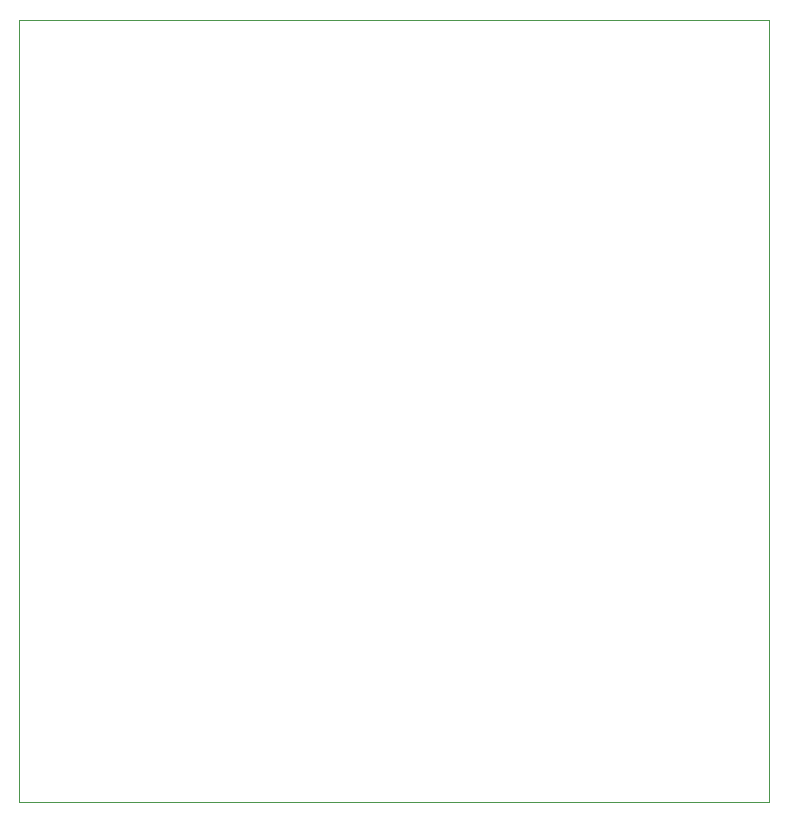
<source format=gm1>
G04 #@! TF.GenerationSoftware,KiCad,Pcbnew,9.0.1*
G04 #@! TF.CreationDate,2025-04-14T17:52:10+10:00*
G04 #@! TF.ProjectId,RP2350B_LevelShift,52503233-3530-4425-9f4c-6576656c5368,rev?*
G04 #@! TF.SameCoordinates,Original*
G04 #@! TF.FileFunction,Profile,NP*
%FSLAX46Y46*%
G04 Gerber Fmt 4.6, Leading zero omitted, Abs format (unit mm)*
G04 Created by KiCad (PCBNEW 9.0.1) date 2025-04-14 17:52:10*
%MOMM*%
%LPD*%
G01*
G04 APERTURE LIST*
G04 #@! TA.AperFunction,Profile*
%ADD10C,0.100000*%
G04 #@! TD*
G04 APERTURE END LIST*
D10*
X134620000Y-81280000D02*
X198120000Y-81280000D01*
X198120000Y-147440000D01*
X134620000Y-147440000D01*
X134620000Y-81280000D01*
M02*

</source>
